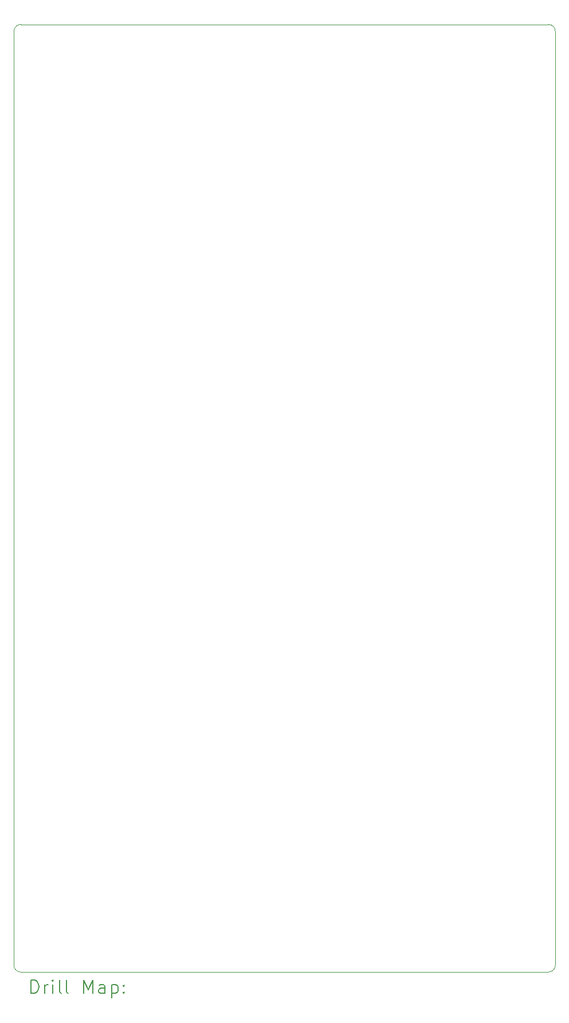
<source format=gbr>
%TF.GenerationSoftware,KiCad,Pcbnew,6.0.10-86aedd382b~118~ubuntu20.04.1*%
%TF.CreationDate,2023-01-07T15:43:35+01:00*%
%TF.ProjectId,IOB_V3,494f425f-5633-42e6-9b69-6361645f7063,rev?*%
%TF.SameCoordinates,Original*%
%TF.FileFunction,Drillmap*%
%TF.FilePolarity,Positive*%
%FSLAX45Y45*%
G04 Gerber Fmt 4.5, Leading zero omitted, Abs format (unit mm)*
G04 Created by KiCad (PCBNEW 6.0.10-86aedd382b~118~ubuntu20.04.1) date 2023-01-07 15:43:35*
%MOMM*%
%LPD*%
G01*
G04 APERTURE LIST*
%ADD10C,0.100000*%
%ADD11C,0.200000*%
G04 APERTURE END LIST*
D10*
X14898995Y-17000000D02*
X7101005Y-17000000D01*
X7100711Y-3000000D02*
G75*
G03*
X7000000Y-3100711I719J-101430D01*
G01*
X7000005Y-16900000D02*
G75*
G03*
X7101005Y-17000000I102025J2040D01*
G01*
X7000000Y-16900000D02*
X7000000Y-3100711D01*
X15000000Y-3101005D02*
X15000000Y-16898995D01*
X7100711Y-3000000D02*
X14898995Y-3000000D01*
X15000000Y-3101005D02*
G75*
G03*
X14898995Y-3000000I-102020J-1015D01*
G01*
X14898995Y-17000000D02*
G75*
G03*
X15000000Y-16898995I-1015J102020D01*
G01*
D11*
X7252619Y-17315476D02*
X7252619Y-17115476D01*
X7300238Y-17115476D01*
X7328809Y-17125000D01*
X7347857Y-17144048D01*
X7357381Y-17163095D01*
X7366905Y-17201190D01*
X7366905Y-17229762D01*
X7357381Y-17267857D01*
X7347857Y-17286905D01*
X7328809Y-17305952D01*
X7300238Y-17315476D01*
X7252619Y-17315476D01*
X7452619Y-17315476D02*
X7452619Y-17182143D01*
X7452619Y-17220238D02*
X7462143Y-17201190D01*
X7471667Y-17191667D01*
X7490714Y-17182143D01*
X7509762Y-17182143D01*
X7576428Y-17315476D02*
X7576428Y-17182143D01*
X7576428Y-17115476D02*
X7566905Y-17125000D01*
X7576428Y-17134524D01*
X7585952Y-17125000D01*
X7576428Y-17115476D01*
X7576428Y-17134524D01*
X7700238Y-17315476D02*
X7681190Y-17305952D01*
X7671667Y-17286905D01*
X7671667Y-17115476D01*
X7805000Y-17315476D02*
X7785952Y-17305952D01*
X7776428Y-17286905D01*
X7776428Y-17115476D01*
X8033571Y-17315476D02*
X8033571Y-17115476D01*
X8100238Y-17258333D01*
X8166905Y-17115476D01*
X8166905Y-17315476D01*
X8347857Y-17315476D02*
X8347857Y-17210714D01*
X8338333Y-17191667D01*
X8319286Y-17182143D01*
X8281190Y-17182143D01*
X8262143Y-17191667D01*
X8347857Y-17305952D02*
X8328809Y-17315476D01*
X8281190Y-17315476D01*
X8262143Y-17305952D01*
X8252619Y-17286905D01*
X8252619Y-17267857D01*
X8262143Y-17248810D01*
X8281190Y-17239286D01*
X8328809Y-17239286D01*
X8347857Y-17229762D01*
X8443095Y-17182143D02*
X8443095Y-17382143D01*
X8443095Y-17191667D02*
X8462143Y-17182143D01*
X8500238Y-17182143D01*
X8519286Y-17191667D01*
X8528810Y-17201190D01*
X8538333Y-17220238D01*
X8538333Y-17277381D01*
X8528810Y-17296429D01*
X8519286Y-17305952D01*
X8500238Y-17315476D01*
X8462143Y-17315476D01*
X8443095Y-17305952D01*
X8624048Y-17296429D02*
X8633571Y-17305952D01*
X8624048Y-17315476D01*
X8614524Y-17305952D01*
X8624048Y-17296429D01*
X8624048Y-17315476D01*
X8624048Y-17191667D02*
X8633571Y-17201190D01*
X8624048Y-17210714D01*
X8614524Y-17201190D01*
X8624048Y-17191667D01*
X8624048Y-17210714D01*
M02*

</source>
